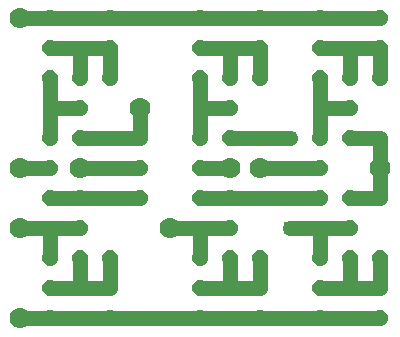
<source format=gbl>
G75*
%MOIN*%
%OFA0B0*%
%FSLAX25Y25*%
%IPPOS*%
%LPD*%
%AMOC8*
5,1,8,0,0,1.08239X$1,22.5*
%
%ADD10C,0.07000*%
%ADD11OC8,0.05150*%
%ADD12C,0.05000*%
%ADD13R,0.03962X0.03962*%
D10*
X0039589Y0017738D03*
X0039589Y0047738D03*
X0039589Y0067738D03*
X0059589Y0067738D03*
X0079589Y0087738D03*
X0109589Y0067738D03*
X0119589Y0067738D03*
X0089589Y0047738D03*
X0159589Y0067738D03*
X0039589Y0117738D03*
D11*
X0049589Y0117738D03*
X0049589Y0107738D03*
X0049589Y0097738D03*
X0059589Y0097738D03*
X0069589Y0097738D03*
X0069589Y0107738D03*
X0069589Y0117738D03*
X0099589Y0117738D03*
X0099589Y0107738D03*
X0099589Y0097738D03*
X0109589Y0097738D03*
X0119589Y0097738D03*
X0119589Y0107738D03*
X0119589Y0117738D03*
X0139589Y0117738D03*
X0139589Y0107738D03*
X0139589Y0097738D03*
X0149589Y0097738D03*
X0159589Y0097738D03*
X0159589Y0107738D03*
X0159589Y0117738D03*
X0149589Y0087738D03*
X0149589Y0077738D03*
X0139589Y0077738D03*
X0139589Y0067738D03*
X0139589Y0057738D03*
X0149589Y0057738D03*
X0149589Y0047738D03*
X0149589Y0037738D03*
X0159589Y0037738D03*
X0159589Y0027738D03*
X0159589Y0017738D03*
X0139589Y0017738D03*
X0139589Y0027738D03*
X0139589Y0037738D03*
X0119589Y0037738D03*
X0109589Y0037738D03*
X0099589Y0037738D03*
X0099589Y0027738D03*
X0099589Y0017738D03*
X0119589Y0017738D03*
X0119589Y0027738D03*
X0109589Y0047738D03*
X0109589Y0057738D03*
X0099589Y0057738D03*
X0099589Y0067738D03*
X0099589Y0077738D03*
X0109589Y0077738D03*
X0109589Y0087738D03*
X0079589Y0077738D03*
X0079589Y0067738D03*
X0079589Y0057738D03*
X0059589Y0057738D03*
X0049589Y0057738D03*
X0059589Y0047738D03*
X0059589Y0037738D03*
X0069589Y0037738D03*
X0069589Y0027738D03*
X0069589Y0017738D03*
X0049589Y0017738D03*
X0049589Y0027738D03*
X0049589Y0037738D03*
X0049589Y0067738D03*
X0049589Y0077738D03*
X0059589Y0077738D03*
X0059589Y0087738D03*
D12*
X0049589Y0087738D01*
X0049589Y0097738D01*
X0059589Y0097738D02*
X0059589Y0107738D01*
X0049589Y0107738D01*
X0059589Y0107738D02*
X0069589Y0107738D01*
X0069589Y0097738D01*
X0079589Y0087738D02*
X0079589Y0077738D01*
X0059589Y0077738D01*
X0049589Y0077738D02*
X0049589Y0087738D01*
X0049589Y0067738D02*
X0039589Y0067738D01*
X0049589Y0057738D02*
X0059589Y0057738D01*
X0079589Y0057738D01*
X0089589Y0047738D02*
X0099589Y0047738D01*
X0109589Y0047738D01*
X0099589Y0047738D02*
X0099589Y0037738D01*
X0109589Y0037738D02*
X0109589Y0027738D01*
X0119589Y0027738D01*
X0119589Y0037738D01*
X0109589Y0027738D02*
X0099589Y0027738D01*
X0099589Y0017738D02*
X0069589Y0017738D01*
X0049589Y0017738D01*
X0039589Y0017738D01*
X0049589Y0027738D02*
X0059589Y0027738D01*
X0069589Y0027738D01*
X0069589Y0037738D01*
X0059589Y0037738D02*
X0059589Y0027738D01*
X0049589Y0037738D02*
X0049589Y0047738D01*
X0059589Y0047738D01*
X0049589Y0047738D02*
X0039589Y0047738D01*
X0059589Y0067738D02*
X0079589Y0067738D01*
X0099589Y0067738D02*
X0109589Y0067738D01*
X0119589Y0067738D02*
X0139589Y0067738D01*
X0139589Y0077738D02*
X0139589Y0087738D01*
X0149589Y0087738D01*
X0139589Y0087738D02*
X0139589Y0097738D01*
X0149589Y0097738D02*
X0149589Y0107738D01*
X0139589Y0107738D01*
X0149589Y0107738D02*
X0159589Y0107738D01*
X0159589Y0097738D01*
X0159589Y0117738D02*
X0139589Y0117738D01*
X0119589Y0117738D01*
X0099589Y0117738D01*
X0069589Y0117738D01*
X0049589Y0117738D01*
X0039589Y0117738D01*
X0099589Y0107738D02*
X0109589Y0107738D01*
X0109589Y0097738D01*
X0119589Y0097738D02*
X0119589Y0107738D01*
X0109589Y0107738D01*
X0099589Y0097738D02*
X0099589Y0087738D01*
X0109589Y0087738D01*
X0099589Y0087738D02*
X0099589Y0077738D01*
X0109589Y0077738D02*
X0129589Y0077738D01*
X0149589Y0077738D02*
X0159589Y0077738D01*
X0159589Y0067738D01*
X0159589Y0057738D01*
X0149589Y0057738D01*
X0139589Y0057738D02*
X0109589Y0057738D01*
X0099589Y0057738D01*
X0129589Y0047738D02*
X0139589Y0047738D01*
X0149589Y0047738D01*
X0139589Y0047738D02*
X0139589Y0037738D01*
X0149589Y0037738D02*
X0149589Y0027738D01*
X0159589Y0027738D01*
X0159589Y0037738D01*
X0149589Y0027738D02*
X0139589Y0027738D01*
X0139589Y0017738D02*
X0119589Y0017738D01*
X0099589Y0017738D01*
X0139589Y0017738D02*
X0159589Y0017738D01*
D13*
X0129589Y0047738D03*
X0129589Y0077738D03*
M02*

</source>
